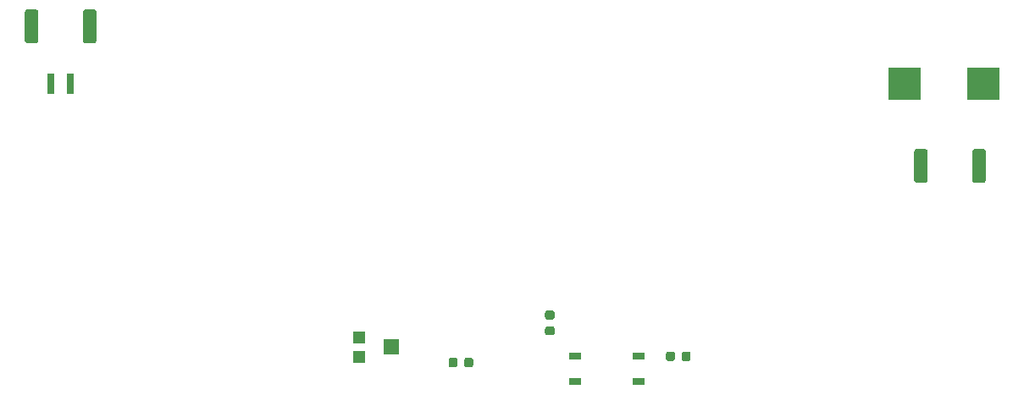
<source format=gbr>
G04 #@! TF.GenerationSoftware,KiCad,Pcbnew,(5.0.2)-1*
G04 #@! TF.CreationDate,2019-02-08T17:58:05-05:00*
G04 #@! TF.ProjectId,DC_DCBoard,44435f44-4342-46f6-9172-642e6b696361,rev?*
G04 #@! TF.SameCoordinates,Original*
G04 #@! TF.FileFunction,Paste,Top*
G04 #@! TF.FilePolarity,Positive*
%FSLAX46Y46*%
G04 Gerber Fmt 4.6, Leading zero omitted, Abs format (unit mm)*
G04 Created by KiCad (PCBNEW (5.0.2)-1) date 2/8/2019 5:58:05 PM*
%MOMM*%
%LPD*%
G01*
G04 APERTURE LIST*
%ADD10R,0.800000X2.000000*%
%ADD11R,3.300000X3.300000*%
%ADD12C,0.100000*%
%ADD13C,1.350000*%
%ADD14C,0.875000*%
%ADD15R,1.500000X1.600000*%
%ADD16R,1.200000X1.200000*%
%ADD17R,1.200000X0.800000*%
G04 APERTURE END LIST*
D10*
G04 #@! TO.C,L1*
X65040000Y-99695000D03*
X67040000Y-99695000D03*
G04 #@! TD*
D11*
G04 #@! TO.C,L2*
X158240000Y-99695000D03*
X150370000Y-99695000D03*
G04 #@! TD*
D12*
G04 #@! TO.C,R1*
G36*
X69389505Y-92306204D02*
X69413773Y-92309804D01*
X69437572Y-92315765D01*
X69460671Y-92324030D01*
X69482850Y-92334520D01*
X69503893Y-92347132D01*
X69523599Y-92361747D01*
X69541777Y-92378223D01*
X69558253Y-92396401D01*
X69572868Y-92416107D01*
X69585480Y-92437150D01*
X69595970Y-92459329D01*
X69604235Y-92482428D01*
X69610196Y-92506227D01*
X69613796Y-92530495D01*
X69615000Y-92554999D01*
X69615000Y-95405001D01*
X69613796Y-95429505D01*
X69610196Y-95453773D01*
X69604235Y-95477572D01*
X69595970Y-95500671D01*
X69585480Y-95522850D01*
X69572868Y-95543893D01*
X69558253Y-95563599D01*
X69541777Y-95581777D01*
X69523599Y-95598253D01*
X69503893Y-95612868D01*
X69482850Y-95625480D01*
X69460671Y-95635970D01*
X69437572Y-95644235D01*
X69413773Y-95650196D01*
X69389505Y-95653796D01*
X69365001Y-95655000D01*
X68514999Y-95655000D01*
X68490495Y-95653796D01*
X68466227Y-95650196D01*
X68442428Y-95644235D01*
X68419329Y-95635970D01*
X68397150Y-95625480D01*
X68376107Y-95612868D01*
X68356401Y-95598253D01*
X68338223Y-95581777D01*
X68321747Y-95563599D01*
X68307132Y-95543893D01*
X68294520Y-95522850D01*
X68284030Y-95500671D01*
X68275765Y-95477572D01*
X68269804Y-95453773D01*
X68266204Y-95429505D01*
X68265000Y-95405001D01*
X68265000Y-92554999D01*
X68266204Y-92530495D01*
X68269804Y-92506227D01*
X68275765Y-92482428D01*
X68284030Y-92459329D01*
X68294520Y-92437150D01*
X68307132Y-92416107D01*
X68321747Y-92396401D01*
X68338223Y-92378223D01*
X68356401Y-92361747D01*
X68376107Y-92347132D01*
X68397150Y-92334520D01*
X68419329Y-92324030D01*
X68442428Y-92315765D01*
X68466227Y-92309804D01*
X68490495Y-92306204D01*
X68514999Y-92305000D01*
X69365001Y-92305000D01*
X69389505Y-92306204D01*
X69389505Y-92306204D01*
G37*
D13*
X68940000Y-93980000D03*
D12*
G36*
X63589505Y-92306204D02*
X63613773Y-92309804D01*
X63637572Y-92315765D01*
X63660671Y-92324030D01*
X63682850Y-92334520D01*
X63703893Y-92347132D01*
X63723599Y-92361747D01*
X63741777Y-92378223D01*
X63758253Y-92396401D01*
X63772868Y-92416107D01*
X63785480Y-92437150D01*
X63795970Y-92459329D01*
X63804235Y-92482428D01*
X63810196Y-92506227D01*
X63813796Y-92530495D01*
X63815000Y-92554999D01*
X63815000Y-95405001D01*
X63813796Y-95429505D01*
X63810196Y-95453773D01*
X63804235Y-95477572D01*
X63795970Y-95500671D01*
X63785480Y-95522850D01*
X63772868Y-95543893D01*
X63758253Y-95563599D01*
X63741777Y-95581777D01*
X63723599Y-95598253D01*
X63703893Y-95612868D01*
X63682850Y-95625480D01*
X63660671Y-95635970D01*
X63637572Y-95644235D01*
X63613773Y-95650196D01*
X63589505Y-95653796D01*
X63565001Y-95655000D01*
X62714999Y-95655000D01*
X62690495Y-95653796D01*
X62666227Y-95650196D01*
X62642428Y-95644235D01*
X62619329Y-95635970D01*
X62597150Y-95625480D01*
X62576107Y-95612868D01*
X62556401Y-95598253D01*
X62538223Y-95581777D01*
X62521747Y-95563599D01*
X62507132Y-95543893D01*
X62494520Y-95522850D01*
X62484030Y-95500671D01*
X62475765Y-95477572D01*
X62469804Y-95453773D01*
X62466204Y-95429505D01*
X62465000Y-95405001D01*
X62465000Y-92554999D01*
X62466204Y-92530495D01*
X62469804Y-92506227D01*
X62475765Y-92482428D01*
X62484030Y-92459329D01*
X62494520Y-92437150D01*
X62507132Y-92416107D01*
X62521747Y-92396401D01*
X62538223Y-92378223D01*
X62556401Y-92361747D01*
X62576107Y-92347132D01*
X62597150Y-92334520D01*
X62619329Y-92324030D01*
X62642428Y-92315765D01*
X62666227Y-92309804D01*
X62690495Y-92306204D01*
X62714999Y-92305000D01*
X63565001Y-92305000D01*
X63589505Y-92306204D01*
X63589505Y-92306204D01*
G37*
D13*
X63140000Y-93980000D03*
G04 #@! TD*
D12*
G04 #@! TO.C,R6*
G36*
X115212691Y-122448553D02*
X115233926Y-122451703D01*
X115254750Y-122456919D01*
X115274962Y-122464151D01*
X115294368Y-122473330D01*
X115312781Y-122484366D01*
X115330024Y-122497154D01*
X115345930Y-122511570D01*
X115360346Y-122527476D01*
X115373134Y-122544719D01*
X115384170Y-122563132D01*
X115393349Y-122582538D01*
X115400581Y-122602750D01*
X115405797Y-122623574D01*
X115408947Y-122644809D01*
X115410000Y-122666250D01*
X115410000Y-123103750D01*
X115408947Y-123125191D01*
X115405797Y-123146426D01*
X115400581Y-123167250D01*
X115393349Y-123187462D01*
X115384170Y-123206868D01*
X115373134Y-123225281D01*
X115360346Y-123242524D01*
X115345930Y-123258430D01*
X115330024Y-123272846D01*
X115312781Y-123285634D01*
X115294368Y-123296670D01*
X115274962Y-123305849D01*
X115254750Y-123313081D01*
X115233926Y-123318297D01*
X115212691Y-123321447D01*
X115191250Y-123322500D01*
X114678750Y-123322500D01*
X114657309Y-123321447D01*
X114636074Y-123318297D01*
X114615250Y-123313081D01*
X114595038Y-123305849D01*
X114575632Y-123296670D01*
X114557219Y-123285634D01*
X114539976Y-123272846D01*
X114524070Y-123258430D01*
X114509654Y-123242524D01*
X114496866Y-123225281D01*
X114485830Y-123206868D01*
X114476651Y-123187462D01*
X114469419Y-123167250D01*
X114464203Y-123146426D01*
X114461053Y-123125191D01*
X114460000Y-123103750D01*
X114460000Y-122666250D01*
X114461053Y-122644809D01*
X114464203Y-122623574D01*
X114469419Y-122602750D01*
X114476651Y-122582538D01*
X114485830Y-122563132D01*
X114496866Y-122544719D01*
X114509654Y-122527476D01*
X114524070Y-122511570D01*
X114539976Y-122497154D01*
X114557219Y-122484366D01*
X114575632Y-122473330D01*
X114595038Y-122464151D01*
X114615250Y-122456919D01*
X114636074Y-122451703D01*
X114657309Y-122448553D01*
X114678750Y-122447500D01*
X115191250Y-122447500D01*
X115212691Y-122448553D01*
X115212691Y-122448553D01*
G37*
D14*
X114935000Y-122885000D03*
D12*
G36*
X115212691Y-124023553D02*
X115233926Y-124026703D01*
X115254750Y-124031919D01*
X115274962Y-124039151D01*
X115294368Y-124048330D01*
X115312781Y-124059366D01*
X115330024Y-124072154D01*
X115345930Y-124086570D01*
X115360346Y-124102476D01*
X115373134Y-124119719D01*
X115384170Y-124138132D01*
X115393349Y-124157538D01*
X115400581Y-124177750D01*
X115405797Y-124198574D01*
X115408947Y-124219809D01*
X115410000Y-124241250D01*
X115410000Y-124678750D01*
X115408947Y-124700191D01*
X115405797Y-124721426D01*
X115400581Y-124742250D01*
X115393349Y-124762462D01*
X115384170Y-124781868D01*
X115373134Y-124800281D01*
X115360346Y-124817524D01*
X115345930Y-124833430D01*
X115330024Y-124847846D01*
X115312781Y-124860634D01*
X115294368Y-124871670D01*
X115274962Y-124880849D01*
X115254750Y-124888081D01*
X115233926Y-124893297D01*
X115212691Y-124896447D01*
X115191250Y-124897500D01*
X114678750Y-124897500D01*
X114657309Y-124896447D01*
X114636074Y-124893297D01*
X114615250Y-124888081D01*
X114595038Y-124880849D01*
X114575632Y-124871670D01*
X114557219Y-124860634D01*
X114539976Y-124847846D01*
X114524070Y-124833430D01*
X114509654Y-124817524D01*
X114496866Y-124800281D01*
X114485830Y-124781868D01*
X114476651Y-124762462D01*
X114469419Y-124742250D01*
X114464203Y-124721426D01*
X114461053Y-124700191D01*
X114460000Y-124678750D01*
X114460000Y-124241250D01*
X114461053Y-124219809D01*
X114464203Y-124198574D01*
X114469419Y-124177750D01*
X114476651Y-124157538D01*
X114485830Y-124138132D01*
X114496866Y-124119719D01*
X114509654Y-124102476D01*
X114524070Y-124086570D01*
X114539976Y-124072154D01*
X114557219Y-124059366D01*
X114575632Y-124048330D01*
X114595038Y-124039151D01*
X114615250Y-124031919D01*
X114636074Y-124026703D01*
X114657309Y-124023553D01*
X114678750Y-124022500D01*
X115191250Y-124022500D01*
X115212691Y-124023553D01*
X115212691Y-124023553D01*
G37*
D14*
X114935000Y-124460000D03*
G04 #@! TD*
D12*
G04 #@! TO.C,R9*
G36*
X128815191Y-126526053D02*
X128836426Y-126529203D01*
X128857250Y-126534419D01*
X128877462Y-126541651D01*
X128896868Y-126550830D01*
X128915281Y-126561866D01*
X128932524Y-126574654D01*
X128948430Y-126589070D01*
X128962846Y-126604976D01*
X128975634Y-126622219D01*
X128986670Y-126640632D01*
X128995849Y-126660038D01*
X129003081Y-126680250D01*
X129008297Y-126701074D01*
X129011447Y-126722309D01*
X129012500Y-126743750D01*
X129012500Y-127256250D01*
X129011447Y-127277691D01*
X129008297Y-127298926D01*
X129003081Y-127319750D01*
X128995849Y-127339962D01*
X128986670Y-127359368D01*
X128975634Y-127377781D01*
X128962846Y-127395024D01*
X128948430Y-127410930D01*
X128932524Y-127425346D01*
X128915281Y-127438134D01*
X128896868Y-127449170D01*
X128877462Y-127458349D01*
X128857250Y-127465581D01*
X128836426Y-127470797D01*
X128815191Y-127473947D01*
X128793750Y-127475000D01*
X128356250Y-127475000D01*
X128334809Y-127473947D01*
X128313574Y-127470797D01*
X128292750Y-127465581D01*
X128272538Y-127458349D01*
X128253132Y-127449170D01*
X128234719Y-127438134D01*
X128217476Y-127425346D01*
X128201570Y-127410930D01*
X128187154Y-127395024D01*
X128174366Y-127377781D01*
X128163330Y-127359368D01*
X128154151Y-127339962D01*
X128146919Y-127319750D01*
X128141703Y-127298926D01*
X128138553Y-127277691D01*
X128137500Y-127256250D01*
X128137500Y-126743750D01*
X128138553Y-126722309D01*
X128141703Y-126701074D01*
X128146919Y-126680250D01*
X128154151Y-126660038D01*
X128163330Y-126640632D01*
X128174366Y-126622219D01*
X128187154Y-126604976D01*
X128201570Y-126589070D01*
X128217476Y-126574654D01*
X128234719Y-126561866D01*
X128253132Y-126550830D01*
X128272538Y-126541651D01*
X128292750Y-126534419D01*
X128313574Y-126529203D01*
X128334809Y-126526053D01*
X128356250Y-126525000D01*
X128793750Y-126525000D01*
X128815191Y-126526053D01*
X128815191Y-126526053D01*
G37*
D14*
X128575000Y-127000000D03*
D12*
G36*
X127240191Y-126526053D02*
X127261426Y-126529203D01*
X127282250Y-126534419D01*
X127302462Y-126541651D01*
X127321868Y-126550830D01*
X127340281Y-126561866D01*
X127357524Y-126574654D01*
X127373430Y-126589070D01*
X127387846Y-126604976D01*
X127400634Y-126622219D01*
X127411670Y-126640632D01*
X127420849Y-126660038D01*
X127428081Y-126680250D01*
X127433297Y-126701074D01*
X127436447Y-126722309D01*
X127437500Y-126743750D01*
X127437500Y-127256250D01*
X127436447Y-127277691D01*
X127433297Y-127298926D01*
X127428081Y-127319750D01*
X127420849Y-127339962D01*
X127411670Y-127359368D01*
X127400634Y-127377781D01*
X127387846Y-127395024D01*
X127373430Y-127410930D01*
X127357524Y-127425346D01*
X127340281Y-127438134D01*
X127321868Y-127449170D01*
X127302462Y-127458349D01*
X127282250Y-127465581D01*
X127261426Y-127470797D01*
X127240191Y-127473947D01*
X127218750Y-127475000D01*
X126781250Y-127475000D01*
X126759809Y-127473947D01*
X126738574Y-127470797D01*
X126717750Y-127465581D01*
X126697538Y-127458349D01*
X126678132Y-127449170D01*
X126659719Y-127438134D01*
X126642476Y-127425346D01*
X126626570Y-127410930D01*
X126612154Y-127395024D01*
X126599366Y-127377781D01*
X126588330Y-127359368D01*
X126579151Y-127339962D01*
X126571919Y-127319750D01*
X126566703Y-127298926D01*
X126563553Y-127277691D01*
X126562500Y-127256250D01*
X126562500Y-126743750D01*
X126563553Y-126722309D01*
X126566703Y-126701074D01*
X126571919Y-126680250D01*
X126579151Y-126660038D01*
X126588330Y-126640632D01*
X126599366Y-126622219D01*
X126612154Y-126604976D01*
X126626570Y-126589070D01*
X126642476Y-126574654D01*
X126659719Y-126561866D01*
X126678132Y-126550830D01*
X126697538Y-126541651D01*
X126717750Y-126534419D01*
X126738574Y-126529203D01*
X126759809Y-126526053D01*
X126781250Y-126525000D01*
X127218750Y-126525000D01*
X127240191Y-126526053D01*
X127240191Y-126526053D01*
G37*
D14*
X127000000Y-127000000D03*
G04 #@! TD*
D12*
G04 #@! TO.C,R11*
G36*
X152489505Y-106276204D02*
X152513773Y-106279804D01*
X152537572Y-106285765D01*
X152560671Y-106294030D01*
X152582850Y-106304520D01*
X152603893Y-106317132D01*
X152623599Y-106331747D01*
X152641777Y-106348223D01*
X152658253Y-106366401D01*
X152672868Y-106386107D01*
X152685480Y-106407150D01*
X152695970Y-106429329D01*
X152704235Y-106452428D01*
X152710196Y-106476227D01*
X152713796Y-106500495D01*
X152715000Y-106524999D01*
X152715000Y-109375001D01*
X152713796Y-109399505D01*
X152710196Y-109423773D01*
X152704235Y-109447572D01*
X152695970Y-109470671D01*
X152685480Y-109492850D01*
X152672868Y-109513893D01*
X152658253Y-109533599D01*
X152641777Y-109551777D01*
X152623599Y-109568253D01*
X152603893Y-109582868D01*
X152582850Y-109595480D01*
X152560671Y-109605970D01*
X152537572Y-109614235D01*
X152513773Y-109620196D01*
X152489505Y-109623796D01*
X152465001Y-109625000D01*
X151614999Y-109625000D01*
X151590495Y-109623796D01*
X151566227Y-109620196D01*
X151542428Y-109614235D01*
X151519329Y-109605970D01*
X151497150Y-109595480D01*
X151476107Y-109582868D01*
X151456401Y-109568253D01*
X151438223Y-109551777D01*
X151421747Y-109533599D01*
X151407132Y-109513893D01*
X151394520Y-109492850D01*
X151384030Y-109470671D01*
X151375765Y-109447572D01*
X151369804Y-109423773D01*
X151366204Y-109399505D01*
X151365000Y-109375001D01*
X151365000Y-106524999D01*
X151366204Y-106500495D01*
X151369804Y-106476227D01*
X151375765Y-106452428D01*
X151384030Y-106429329D01*
X151394520Y-106407150D01*
X151407132Y-106386107D01*
X151421747Y-106366401D01*
X151438223Y-106348223D01*
X151456401Y-106331747D01*
X151476107Y-106317132D01*
X151497150Y-106304520D01*
X151519329Y-106294030D01*
X151542428Y-106285765D01*
X151566227Y-106279804D01*
X151590495Y-106276204D01*
X151614999Y-106275000D01*
X152465001Y-106275000D01*
X152489505Y-106276204D01*
X152489505Y-106276204D01*
G37*
D13*
X152040000Y-107950000D03*
D12*
G36*
X158289505Y-106276204D02*
X158313773Y-106279804D01*
X158337572Y-106285765D01*
X158360671Y-106294030D01*
X158382850Y-106304520D01*
X158403893Y-106317132D01*
X158423599Y-106331747D01*
X158441777Y-106348223D01*
X158458253Y-106366401D01*
X158472868Y-106386107D01*
X158485480Y-106407150D01*
X158495970Y-106429329D01*
X158504235Y-106452428D01*
X158510196Y-106476227D01*
X158513796Y-106500495D01*
X158515000Y-106524999D01*
X158515000Y-109375001D01*
X158513796Y-109399505D01*
X158510196Y-109423773D01*
X158504235Y-109447572D01*
X158495970Y-109470671D01*
X158485480Y-109492850D01*
X158472868Y-109513893D01*
X158458253Y-109533599D01*
X158441777Y-109551777D01*
X158423599Y-109568253D01*
X158403893Y-109582868D01*
X158382850Y-109595480D01*
X158360671Y-109605970D01*
X158337572Y-109614235D01*
X158313773Y-109620196D01*
X158289505Y-109623796D01*
X158265001Y-109625000D01*
X157414999Y-109625000D01*
X157390495Y-109623796D01*
X157366227Y-109620196D01*
X157342428Y-109614235D01*
X157319329Y-109605970D01*
X157297150Y-109595480D01*
X157276107Y-109582868D01*
X157256401Y-109568253D01*
X157238223Y-109551777D01*
X157221747Y-109533599D01*
X157207132Y-109513893D01*
X157194520Y-109492850D01*
X157184030Y-109470671D01*
X157175765Y-109447572D01*
X157169804Y-109423773D01*
X157166204Y-109399505D01*
X157165000Y-109375001D01*
X157165000Y-106524999D01*
X157166204Y-106500495D01*
X157169804Y-106476227D01*
X157175765Y-106452428D01*
X157184030Y-106429329D01*
X157194520Y-106407150D01*
X157207132Y-106386107D01*
X157221747Y-106366401D01*
X157238223Y-106348223D01*
X157256401Y-106331747D01*
X157276107Y-106317132D01*
X157297150Y-106304520D01*
X157319329Y-106294030D01*
X157342428Y-106285765D01*
X157366227Y-106279804D01*
X157390495Y-106276204D01*
X157414999Y-106275000D01*
X158265001Y-106275000D01*
X158289505Y-106276204D01*
X158289505Y-106276204D01*
G37*
D13*
X157840000Y-107950000D03*
G04 #@! TD*
D12*
G04 #@! TO.C,R2*
G36*
X107072691Y-127161053D02*
X107093926Y-127164203D01*
X107114750Y-127169419D01*
X107134962Y-127176651D01*
X107154368Y-127185830D01*
X107172781Y-127196866D01*
X107190024Y-127209654D01*
X107205930Y-127224070D01*
X107220346Y-127239976D01*
X107233134Y-127257219D01*
X107244170Y-127275632D01*
X107253349Y-127295038D01*
X107260581Y-127315250D01*
X107265797Y-127336074D01*
X107268947Y-127357309D01*
X107270000Y-127378750D01*
X107270000Y-127891250D01*
X107268947Y-127912691D01*
X107265797Y-127933926D01*
X107260581Y-127954750D01*
X107253349Y-127974962D01*
X107244170Y-127994368D01*
X107233134Y-128012781D01*
X107220346Y-128030024D01*
X107205930Y-128045930D01*
X107190024Y-128060346D01*
X107172781Y-128073134D01*
X107154368Y-128084170D01*
X107134962Y-128093349D01*
X107114750Y-128100581D01*
X107093926Y-128105797D01*
X107072691Y-128108947D01*
X107051250Y-128110000D01*
X106613750Y-128110000D01*
X106592309Y-128108947D01*
X106571074Y-128105797D01*
X106550250Y-128100581D01*
X106530038Y-128093349D01*
X106510632Y-128084170D01*
X106492219Y-128073134D01*
X106474976Y-128060346D01*
X106459070Y-128045930D01*
X106444654Y-128030024D01*
X106431866Y-128012781D01*
X106420830Y-127994368D01*
X106411651Y-127974962D01*
X106404419Y-127954750D01*
X106399203Y-127933926D01*
X106396053Y-127912691D01*
X106395000Y-127891250D01*
X106395000Y-127378750D01*
X106396053Y-127357309D01*
X106399203Y-127336074D01*
X106404419Y-127315250D01*
X106411651Y-127295038D01*
X106420830Y-127275632D01*
X106431866Y-127257219D01*
X106444654Y-127239976D01*
X106459070Y-127224070D01*
X106474976Y-127209654D01*
X106492219Y-127196866D01*
X106510632Y-127185830D01*
X106530038Y-127176651D01*
X106550250Y-127169419D01*
X106571074Y-127164203D01*
X106592309Y-127161053D01*
X106613750Y-127160000D01*
X107051250Y-127160000D01*
X107072691Y-127161053D01*
X107072691Y-127161053D01*
G37*
D14*
X106832500Y-127635000D03*
D12*
G36*
X105497691Y-127161053D02*
X105518926Y-127164203D01*
X105539750Y-127169419D01*
X105559962Y-127176651D01*
X105579368Y-127185830D01*
X105597781Y-127196866D01*
X105615024Y-127209654D01*
X105630930Y-127224070D01*
X105645346Y-127239976D01*
X105658134Y-127257219D01*
X105669170Y-127275632D01*
X105678349Y-127295038D01*
X105685581Y-127315250D01*
X105690797Y-127336074D01*
X105693947Y-127357309D01*
X105695000Y-127378750D01*
X105695000Y-127891250D01*
X105693947Y-127912691D01*
X105690797Y-127933926D01*
X105685581Y-127954750D01*
X105678349Y-127974962D01*
X105669170Y-127994368D01*
X105658134Y-128012781D01*
X105645346Y-128030024D01*
X105630930Y-128045930D01*
X105615024Y-128060346D01*
X105597781Y-128073134D01*
X105579368Y-128084170D01*
X105559962Y-128093349D01*
X105539750Y-128100581D01*
X105518926Y-128105797D01*
X105497691Y-128108947D01*
X105476250Y-128110000D01*
X105038750Y-128110000D01*
X105017309Y-128108947D01*
X104996074Y-128105797D01*
X104975250Y-128100581D01*
X104955038Y-128093349D01*
X104935632Y-128084170D01*
X104917219Y-128073134D01*
X104899976Y-128060346D01*
X104884070Y-128045930D01*
X104869654Y-128030024D01*
X104856866Y-128012781D01*
X104845830Y-127994368D01*
X104836651Y-127974962D01*
X104829419Y-127954750D01*
X104824203Y-127933926D01*
X104821053Y-127912691D01*
X104820000Y-127891250D01*
X104820000Y-127378750D01*
X104821053Y-127357309D01*
X104824203Y-127336074D01*
X104829419Y-127315250D01*
X104836651Y-127295038D01*
X104845830Y-127275632D01*
X104856866Y-127257219D01*
X104869654Y-127239976D01*
X104884070Y-127224070D01*
X104899976Y-127209654D01*
X104917219Y-127196866D01*
X104935632Y-127185830D01*
X104955038Y-127176651D01*
X104975250Y-127169419D01*
X104996074Y-127164203D01*
X105017309Y-127161053D01*
X105038750Y-127160000D01*
X105476250Y-127160000D01*
X105497691Y-127161053D01*
X105497691Y-127161053D01*
G37*
D14*
X105257500Y-127635000D03*
G04 #@! TD*
D15*
G04 #@! TO.C,RV1*
X99135000Y-126095000D03*
D16*
X95885000Y-127095000D03*
X95885000Y-125095000D03*
G04 #@! TD*
D17*
G04 #@! TO.C,U3*
X117475000Y-127000000D03*
X123775000Y-127000000D03*
X117475000Y-129540000D03*
X123775000Y-129540000D03*
G04 #@! TD*
M02*

</source>
